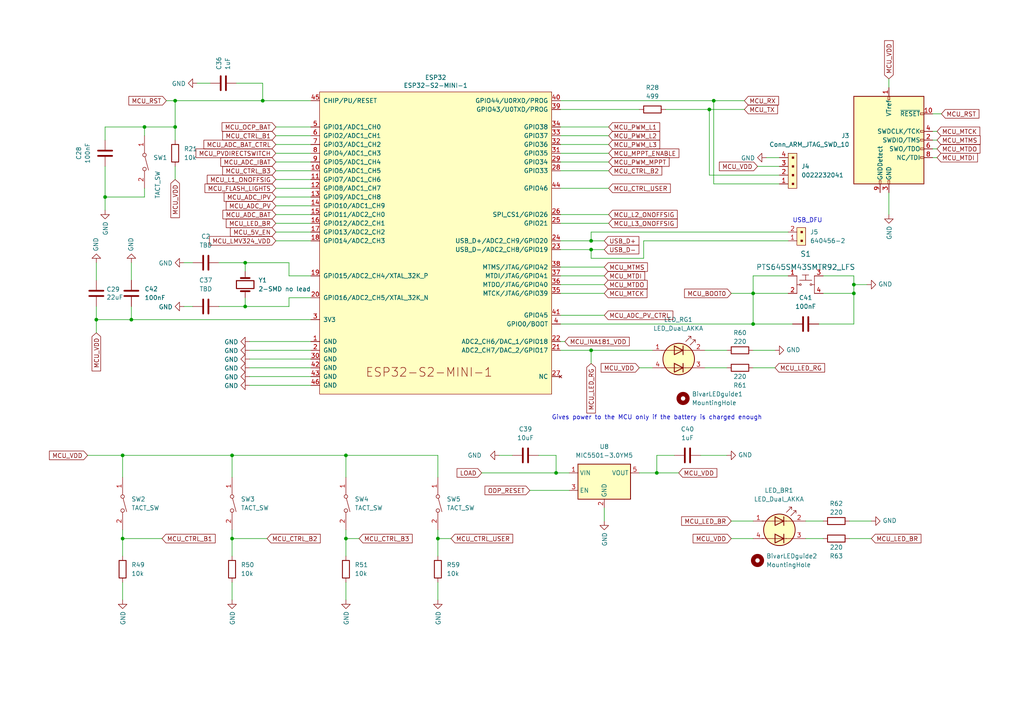
<source format=kicad_sch>
(kicad_sch (version 20211123) (generator eeschema)
  (paper "A4")
  (lib_symbols
    (symbol "Connector:Conn_ARM_JTAG_SWD_10" (pin_names (offset 1.016))
      (property "Reference" "J" (at -2.54 16.51 0))
      (property "Value" "Conn_ARM_JTAG_SWD_10" (at -2.54 13.97 0))
      (symbol "Conn_ARM_JTAG_SWD_10_0_1"
        (rectangle (start -10.16 12.7) (end 10.16 -12.7) (stroke (width 0.254)) (fill (type background)))
        (rectangle (start -2.794 -12.7) (end -2.286 -11.684))
        (rectangle (start -0.254 -12.7) (end 0.254 -11.684))
        (rectangle (start -0.254 12.7) (end 0.254 11.684))
        (rectangle (start 9.144 2.286) (end 10.16 2.794))
        (rectangle (start 10.16 -2.794) (end 9.144 -2.286))
        (rectangle (start 10.16 -0.254) (end 9.144 0.254))
        (rectangle (start 10.16 7.874) (end 9.144 7.366))
      )
      (symbol "Conn_ARM_JTAG_SWD_10_1_1"
        (rectangle (start 9.144 -5.334) (end 10.16 -4.826))
        (pin power_in line (at 0 15.24 270) (length 2.54) (name "VTref") (number "1"))
        (pin open_collector line (at 12.7 7.62 180) (length 2.54) (name "~{RESET}") (number "10"))
        (pin bidirectional line (at 12.7 0 180) (length 2.54) (name "SWDIO/TMS") (number "2"))
        (pin power_in line (at 0 -15.24 90) (length 2.54) (name "GND") (number "3"))
        (pin output line (at 12.7 2.54 180) (length 2.54) (name "SWDCLK/TCK") (number "4"))
        (pin passive line (at 0 -15.24 90) (length 2.54) hide (name "GND") (number "5"))
        (pin input line (at 12.7 -2.54 180) (length 2.54) (name "SWO/TDO") (number "6"))
        (pin no_connect line (at -10.16 0 0) (length 2.54) hide (name "KEY") (number "7"))
        (pin output line (at 12.7 -5.08 180) (length 2.54) (name "NC/TDI") (number "8"))
        (pin passive line (at -2.54 -15.24 90) (length 2.54) (name "GNDDetect") (number "9"))
      )
    )
    (symbol "Device:C" (pin_numbers hide) (pin_names (offset 0.254))
      (property "Reference" "C" (at 0.635 2.54 0))
      (property "Value" "C" (at 0.635 -2.54 0))
      (symbol "C_0_1"
        (polyline (pts (xy -2.032 -0.762) (xy 2.032 -0.762)) (stroke (width 0.508)))
        (polyline (pts (xy -2.032 0.762) (xy 2.032 0.762)) (stroke (width 0.508)))
      )
      (symbol "C_1_1"
        (pin passive line (at 0 3.81 270) (length 2.794) (name "~") (number "1"))
        (pin passive line (at 0 -3.81 90) (length 2.794) (name "~") (number "2"))
      )
    )
    (symbol "Device:Crystal" (pin_numbers hide) (pin_names (offset 1.016) hide)
      (property "Reference" "Y" (at 0 3.81 0))
      (property "Value" "Crystal" (at 0 -3.81 0))
      (symbol "Crystal_0_1"
        (rectangle (start -1.143 2.54) (end 1.143 -2.54) (stroke (width 0.3048)))
        (polyline (pts (xy -2.54 0) (xy -1.905 0)))
        (polyline (pts (xy -1.905 -1.27) (xy -1.905 1.27)) (stroke (width 0.508)))
        (polyline (pts (xy 1.905 -1.27) (xy 1.905 1.27)) (stroke (width 0.508)))
        (polyline (pts (xy 2.54 0) (xy 1.905 0)))
      )
      (symbol "Crystal_1_1"
        (pin passive line (at -3.81 0 0) (length 1.27) (name "1") (number "1"))
        (pin passive line (at 3.81 0 180) (length 1.27) (name "2") (number "2"))
      )
    )
    (symbol "Device:LED_Dual_AKKA" (pin_names (offset 0) hide)
      (property "Reference" "D" (at 0 5.715 0))
      (property "Value" "LED_Dual_AKKA" (at 0 -6.35 0))
      (symbol "LED_Dual_AKKA_0_1"
        (polyline (pts (xy -5.08 -2.54) (xy 2.032 -2.54)))
        (polyline (pts (xy -5.08 2.54) (xy 2.032 2.54)))
        (polyline (pts (xy 1.27 -1.27) (xy 1.27 -3.81)) (stroke (width 0.254)))
        (polyline (pts (xy 1.27 3.81) (xy 1.27 1.27)) (stroke (width 0.254)))
        (polyline (pts (xy 3.81 -2.54) (xy 1.905 -2.54)))
        (polyline (pts (xy 3.81 2.54) (xy 1.905 2.54)))
        (polyline (pts (xy -1.27 -1.27) (xy -1.27 -3.81) (xy 1.27 -2.54) (xy -1.27 -1.27)) (stroke (width 0.254)))
        (polyline (pts (xy -1.27 3.81) (xy -1.27 1.27) (xy 1.27 2.54) (xy -1.27 3.81)) (stroke (width 0.254)))
        (polyline (pts (xy 2.032 5.08) (xy 3.556 6.604) (xy 2.794 6.604) (xy 3.556 6.604) (xy 3.556 5.842)))
        (polyline (pts (xy 3.302 4.064) (xy 4.826 5.588) (xy 4.064 5.588) (xy 4.826 5.588) (xy 4.826 4.826)))
        (circle (center 0 0) (radius 4.572) (stroke (width 0.254)) (fill (type background)))
      )
      (symbol "LED_Dual_AKKA_1_1"
        (pin input line (at -7.62 2.54 0) (length 3.048) (name "A1") (number "1"))
        (pin input line (at 7.62 2.54 180) (length 3.81) (name "K1") (number "2"))
        (pin input line (at 7.62 -2.54 180) (length 3.81) (name "K2") (number "3"))
        (pin input line (at -7.62 -2.54 0) (length 3.048) (name "A2") (number "4"))
      )
    )
    (symbol "Device:R" (pin_numbers hide) (pin_names (offset 0))
      (property "Reference" "R" (at 2.032 0 90))
      (property "Value" "R" (at 0 0 90))
      (symbol "R_0_1"
        (rectangle (start -1.016 -2.54) (end 1.016 2.54) (stroke (width 0.254)))
      )
      (symbol "R_1_1"
        (pin passive line (at 0 3.81 270) (length 1.27) (name "~") (number "1"))
        (pin passive line (at 0 -3.81 90) (length 1.27) (name "~") (number "2"))
      )
    )
    (symbol "Espressif:ESP32-S2-MINI-1" (pin_names (offset 1.016))
      (property "Reference" "U" (at 0 46.99 0))
      (property "Value" "ESP32-S2-MINI-1" (at 0 -43.18 0))
      (symbol "ESP32-S2-MINI-1_0_0"
        (pin power_in line (at -35.56 -36.83 0) (length 2.54) (name "GND") (number "43"))
        (pin input line (at 36.83 17.78 180) (length 2.54) (name "GPIO46") (number "44"))
        (pin bidirectional line (at -35.56 43.18 0) (length 2.54) (name "CHIP/PU/RESET") (number "45"))
        (pin power_in line (at -35.56 -39.37 0) (length 2.54) (name "GND") (number "46"))
      )
      (symbol "ESP32-S2-MINI-1_1_1"
        (rectangle (start -33.02 -41.91) (end 34.29 45.72) (fill (type background)))
        (text "ESP32-S2-MINI-1" (at -1.27 -35.56 0) (effects (font (size 2.54 2.54))))
        (pin power_in line (at -35.56 -26.67 0) (length 2.54) (name "GND") (number "1"))
        (pin bidirectional line (at -35.56 22.86 0) (length 2.54) (name "GPIO6/ADC1_CH5") (number "10"))
        (pin bidirectional line (at -35.56 20.32 0) (length 2.54) (name "GPIO7/ADC1_CH6") (number "11"))
        (pin bidirectional line (at -35.56 17.78 0) (length 2.54) (name "GPIO8/ADC1_CH7") (number "12"))
        (pin bidirectional line (at -35.56 15.24 0) (length 2.54) (name "GPIO9/ADC1_CH8") (number "13"))
        (pin bidirectional line (at -35.56 12.7 0) (length 2.54) (name "GPIO10/ADC1_CH9") (number "14"))
        (pin bidirectional line (at -35.56 10.16 0) (length 2.54) (name "GPIO11/ADC2_CH0") (number "15"))
        (pin bidirectional line (at -35.56 7.62 0) (length 2.54) (name "GPIO12/ADC2_CH1") (number "16"))
        (pin bidirectional line (at -35.56 5.08 0) (length 2.54) (name "GPIO13/ADC2_CH2") (number "17"))
        (pin bidirectional line (at -35.56 2.54 0) (length 2.54) (name "GPIO14/ADC2_CH3") (number "18"))
        (pin bidirectional line (at -35.56 -7.62 0) (length 2.54) (name "GPIO15/ADC2_CH4/XTAL_32K_P") (number "19"))
        (pin power_in line (at -35.56 -29.21 0) (length 2.54) (name "GND") (number "2"))
        (pin bidirectional line (at -35.56 -13.97 0) (length 2.54) (name "GPIO16/ADC2_CH5/XTAL_32K_N") (number "20"))
        (pin bidirectional line (at 36.83 -29.21 180) (length 2.54) (name "ADC2_CH7/DAC_2/GPIO17") (number "21"))
        (pin bidirectional line (at 36.83 -26.67 180) (length 2.54) (name "ADC2_CH6/DAC_1/GPIO18") (number "22"))
        (pin bidirectional line (at 36.83 0 180) (length 2.54) (name "USB_D-/ADC2_CH8/GPIO19") (number "23"))
        (pin bidirectional line (at 36.83 2.54 180) (length 2.54) (name "USB_D+/ADC2_CH9/GPIO20") (number "24"))
        (pin bidirectional line (at 36.83 7.62 180) (length 2.54) (name "GPIO21") (number "25"))
        (pin bidirectional line (at 36.83 10.16 180) (length 2.54) (name "SPI_CS1/GPIO26") (number "26"))
        (pin no_connect line (at 36.83 -36.83 180) (length 2.54) (name "NC") (number "27"))
        (pin bidirectional line (at 36.83 22.86 180) (length 2.54) (name "GPIO33") (number "28"))
        (pin bidirectional line (at 36.83 25.4 180) (length 2.54) (name "GPIO34") (number "29"))
        (pin power_in line (at -35.56 -20.32 0) (length 2.54) (name "3V3") (number "3"))
        (pin power_in line (at -35.56 -31.75 0) (length 2.54) (name "GND") (number "30"))
        (pin bidirectional line (at 36.83 27.94 180) (length 2.54) (name "GPIO35") (number "31"))
        (pin bidirectional line (at 36.83 30.48 180) (length 2.54) (name "GPIO36") (number "32"))
        (pin bidirectional line (at 36.83 33.02 180) (length 2.54) (name "GPIO37") (number "33"))
        (pin bidirectional line (at 36.83 35.56 180) (length 2.54) (name "GPIO38") (number "34"))
        (pin bidirectional line (at 36.83 -12.7 180) (length 2.54) (name "MTCK/JTAG/GPIO39") (number "35"))
        (pin bidirectional line (at 36.83 -10.16 180) (length 2.54) (name "MTDO/JTAG/GPIO40") (number "36"))
        (pin bidirectional line (at 36.83 -7.62 180) (length 2.54) (name "MTDI/JTAG/GPIO41") (number "37"))
        (pin bidirectional line (at 36.83 -5.08 180) (length 2.54) (name "MTMS/JTAG/GPIO42") (number "38"))
        (pin bidirectional line (at 36.83 40.64 180) (length 2.54) (name "GPIO43/U0TXD/PROG") (number "39"))
        (pin bidirectional line (at 36.83 -21.59 180) (length 2.54) (name "GPIO0/BOOT") (number "4"))
        (pin bidirectional line (at 36.83 43.18 180) (length 2.54) (name "GPIO44/U0RXD/PROG") (number "40"))
        (pin bidirectional line (at 36.83 -19.05 180) (length 2.54) (name "GPIO45") (number "41"))
        (pin power_in line (at -35.56 -34.29 0) (length 2.54) (name "GND") (number "42"))
        (pin bidirectional line (at -35.56 35.56 0) (length 2.54) (name "GPIO1/ADC1_CH0") (number "5"))
        (pin bidirectional line (at -35.56 33.02 0) (length 2.54) (name "GPIO2/ADC1_CH1") (number "6"))
        (pin bidirectional line (at -35.56 30.48 0) (length 2.54) (name "GPIO3/ADC1_CH2") (number "7"))
        (pin bidirectional line (at -35.56 27.94 0) (length 2.54) (name "GPIO4/ADC1_CH3") (number "8"))
        (pin bidirectional line (at -35.56 25.4 0) (length 2.54) (name "GPIO5/ADC1_CH4") (number "9"))
      )
    )
    (symbol "Mechanical:MountingHole" (pin_names (offset 1.016))
      (property "Reference" "H" (at 0 5.08 0))
      (property "Value" "MountingHole" (at 0 3.175 0))
      (symbol "MountingHole_0_1"
        (circle (center 0 0) (radius 1.27) (stroke (width 1.27)))
      )
    )
    (symbol "Regulator_Linear:MIC5501-3.0YM5"
      (property "Reference" "U" (at -7.62 8.89 0))
      (property "Value" "MIC5501-3.0YM5" (at -7.62 6.35 0))
      (symbol "MIC5501-3.0YM5_0_1"
        (rectangle (start -7.62 -5.08) (end 7.62 5.08) (stroke (width 0.254)) (fill (type background)))
      )
      (symbol "MIC5501-3.0YM5_1_1"
        (pin power_in line (at -10.16 2.54 0) (length 2.54) (name "VIN") (number "1"))
        (pin power_in line (at 0 -7.62 90) (length 2.54) (name "GND") (number "2"))
        (pin input line (at -10.16 -2.54 0) (length 2.54) (name "EN") (number "3"))
        (pin no_connect line (at 7.62 -2.54 180) (length 2.54) hide (name "NC") (number "4"))
        (pin power_out line (at 10.16 2.54 180) (length 2.54) (name "VOUT") (number "5"))
      )
    )
    (symbol "SHS_DCDC:C-Device" (pin_numbers hide) (pin_names (offset 0.254))
      (property "Reference" "C" (at 0.635 2.54 0))
      (property "Value" "C-Device" (at 0.635 -2.54 0))
      (symbol "C-Device_0_1"
        (polyline (pts (xy -2.032 -0.762) (xy 2.032 -0.762)) (stroke (width 0.508)))
        (polyline (pts (xy -2.032 0.762) (xy 2.032 0.762)) (stroke (width 0.508)))
      )
      (symbol "C-Device_1_1"
        (pin passive line (at 0 3.81 270) (length 2.794) (name "~") (number "1"))
        (pin passive line (at 0 -3.81 90) (length 2.794) (name "~") (number "2"))
      )
    )
    (symbol "SHS_DCDC:GND-power" (power) (pin_names (offset 0))
      (property "Value" "GND-power" (at 0 -3.81 0))
      (symbol "GND-power_0_1"
        (polyline (pts (xy 0 0) (xy 0 -1.27) (xy 1.27 -1.27) (xy 0 -2.54) (xy -1.27 -1.27) (xy 0 -1.27)))
      )
      (symbol "GND-power_1_1"
        (pin power_in line (at 0 0 270) (length 0) hide (name "GND") (number "1"))
      )
    )
    (symbol "SHS_DCDC:TACT_SW" (pin_names (offset 0) hide)
      (property "Reference" "SW" (at 0 3.81 0))
      (property "Value" "TACT_SW" (at 0 -3.81 0))
      (symbol "TACT_SW_0_0"
        (circle (center -2.032 0) (radius 0.508))
        (polyline (pts (xy -1.524 0.127) (xy 2.3622 1.1684)))
        (circle (center 2.032 0) (radius 0.508))
      )
      (symbol "TACT_SW_1_1"
        (pin passive line (at -7.62 0 0) (length 5.08) (name "~") (number "1"))
        (pin passive line (at 7.62 0 180) (length 5.08) (name "~") (number "2"))
      )
    )
    (symbol "dk_Rectangular-Connectors-Headers-Male-Pins:0022232041" (pin_names (offset 1.016))
      (property "Reference" "J" (at -2.54 1.27 0))
      (property "Value" "0022232041" (at 3.81 -3.81 0))
      (symbol "0022232041_1_1"
        (rectangle (start -1.27 0) (end 8.89 -2.54) (fill (type background)))
        (rectangle (start -0.254 -1.143) (end 0.254 -1.651) (fill (type outline)))
        (rectangle (start 2.286 -1.143) (end 2.794 -1.651) (fill (type outline)))
        (rectangle (start 4.826 -1.143) (end 5.334 -1.651) (fill (type outline)))
        (rectangle (start 7.366 -1.143) (end 7.874 -1.651) (fill (type outline)))
        (pin passive line (at 0 2.54 270) (length 2.54) (name "~") (number "1"))
        (pin passive line (at 2.54 2.54 270) (length 2.54) (name "~") (number "2"))
        (pin passive line (at 5.08 2.54 270) (length 2.54) (name "~") (number "3"))
        (pin passive line (at 7.62 2.54 270) (length 2.54) (name "~") (number "4"))
      )
    )
    (symbol "dk_Rectangular-Connectors-Headers-Male-Pins:640456-2" (pin_names (offset 1.016))
      (property "Reference" "J" (at -2.54 1.27 0))
      (property "Value" "640456-2" (at 1.27 -3.81 0))
      (symbol "640456-2_1_1"
        (rectangle (start -1.27 0) (end 3.81 -2.54) (fill (type background)))
        (rectangle (start -0.254 -1.143) (end 0.254 -1.651) (fill (type outline)))
        (rectangle (start 2.286 -1.143) (end 2.794 -1.651) (fill (type outline)))
        (pin passive line (at 0 2.54 270) (length 2.54) (name "~") (number "1"))
        (pin passive line (at 2.54 2.54 270) (length 2.54) (name "~") (number "2"))
      )
    )
    (symbol "dk_Tactile-Switches:PTS645SM43SMTR92_LFS" (pin_names (offset 1.016))
      (property "Reference" "S" (at 0 5.08 0))
      (property "Value" "PTS645SM43SMTR92_LFS" (at 0 -5.334 0))
      (symbol "PTS645SM43SMTR92_LFS_0_1"
        (circle (center -1.524 0) (radius 0.254))
        (polyline (pts (xy -2.54 2.54) (xy -2.54 -2.54)))
        (polyline (pts (xy -1.778 0) (xy -2.54 0)))
        (polyline (pts (xy -1.778 1.27) (xy 1.778 1.27)))
        (polyline (pts (xy 2.54 -2.54) (xy 2.54 2.54)))
        (polyline (pts (xy 2.54 0) (xy 1.778 0)))
        (circle (center 1.524 0) (radius 0.254))
      )
      (symbol "PTS645SM43SMTR92_LFS_1_1"
        (polyline (pts (xy -1.016 2.794) (xy 0.889 2.794)))
        (polyline (pts (xy 0 2.794) (xy 0 1.27)))
        (pin passive line (at -5.08 2.54 0) (length 2.54) (name "~") (number "1"))
        (pin passive line (at -5.08 -2.54 0) (length 2.54) (name "~") (number "2"))
        (pin passive line (at 5.08 2.54 180) (length 2.54) (name "~") (number "3"))
        (pin passive line (at 5.08 -2.54 180) (length 2.54) (name "~") (number "4"))
      )
    )
  )
  (junction (at 207.01 29.21))
  (junction (at 247.65 85.09))
  (junction (at 67.31 132.08))
  (junction (at 100.33 156.21))
  (junction (at 35.56 132.08))
  (junction (at 100.33 132.08))
  (junction (at 190.5 137.16))
  (junction (at 67.31 156.21))
  (junction (at 76.2 29.21))
  (junction (at 50.8 29.21))
  (junction (at 50.8 36.83))
  (junction (at 247.65 82.55))
  (junction (at 127 156.21))
  (junction (at 35.56 156.21))
  (junction (at 27.94 92.71))
  (junction (at 171.45 101.6))
  (junction (at 218.44 85.09))
  (junction (at 30.48 57.15))
  (junction (at 41.91 36.83))
  (junction (at 218.44 93.98))
  (junction (at 205.74 31.75))
  (junction (at 161.29 137.16))
  (junction (at 171.45 72.39))
  (junction (at 71.12 76.2))
  (junction (at 71.12 88.9))
  (junction (at 38.1 92.71))
  (junction (at 171.45 69.85))
  (wire (pts (xy 72.39 101.6) (xy 90.17 101.6)))
  (wire (pts (xy 238.76 85.09) (xy 247.65 85.09)))
  (wire (pts (xy 207.01 29.21) (xy 207.01 53.34)))
  (wire (pts (xy 48.26 29.21) (xy 50.8 29.21)))
  (wire (pts (xy 205.74 31.75) (xy 205.74 50.8)))
  (wire (pts (xy 80.01 59.69) (xy 90.17 59.69)))
  (wire (pts (xy 67.31 156.21) (xy 67.31 161.29)))
  (wire (pts (xy 27.94 88.9) (xy 27.94 92.71)))
  (wire (pts (xy 67.31 132.08) (xy 67.31 138.43)))
  (wire (pts (xy 162.56 44.45) (xy 176.53 44.45)))
  (wire (pts (xy 176.53 64.77) (xy 162.56 64.77)))
  (wire (pts (xy 71.12 88.9) (xy 63.5 88.9)))
  (wire (pts (xy 171.45 101.6) (xy 171.45 105.41)))
  (wire (pts (xy 67.31 168.91) (xy 67.31 173.99)))
  (wire (pts (xy 127 132.08) (xy 127 138.43)))
  (wire (pts (xy 100.33 132.08) (xy 100.33 138.43)))
  (wire (pts (xy 233.68 156.21) (xy 238.76 156.21)))
  (wire (pts (xy 238.76 80.01) (xy 247.65 80.01)))
  (wire (pts (xy 186.69 74.93) (xy 186.69 69.85)))
  (wire (pts (xy 212.09 151.13) (xy 218.44 151.13)))
  (wire (pts (xy 212.09 156.21) (xy 218.44 156.21)))
  (wire (pts (xy 30.48 40.64) (xy 30.48 36.83)))
  (wire (pts (xy 80.01 67.31) (xy 90.17 67.31)))
  (wire (pts (xy 161.29 132.08) (xy 161.29 137.16)))
  (wire (pts (xy 53.34 88.9) (xy 55.88 88.9)))
  (wire (pts (xy 205.74 50.8) (xy 226.06 50.8)))
  (wire (pts (xy 30.48 57.15) (xy 30.48 60.96)))
  (wire (pts (xy 83.82 80.01) (xy 83.82 76.2)))
  (wire (pts (xy 127 153.67) (xy 127 156.21)))
  (wire (pts (xy 162.56 49.53) (xy 176.53 49.53)))
  (wire (pts (xy 171.45 69.85) (xy 175.26 69.85)))
  (wire (pts (xy 83.82 76.2) (xy 71.12 76.2)))
  (wire (pts (xy 71.12 76.2) (xy 71.12 78.74)))
  (wire (pts (xy 162.56 41.91) (xy 176.53 41.91)))
  (wire (pts (xy 68.58 24.13) (xy 76.2 24.13)))
  (wire (pts (xy 270.51 38.1) (xy 271.78 38.1)))
  (wire (pts (xy 162.56 72.39) (xy 171.45 72.39)))
  (wire (pts (xy 204.47 106.68) (xy 210.82 106.68)))
  (wire (pts (xy 186.69 69.85) (xy 228.6 69.85)))
  (wire (pts (xy 218.44 106.68) (xy 224.79 106.68)))
  (wire (pts (xy 41.91 36.83) (xy 50.8 36.83)))
  (wire (pts (xy 80.01 57.15) (xy 90.17 57.15)))
  (wire (pts (xy 72.39 109.22) (xy 90.17 109.22)))
  (wire (pts (xy 270.51 40.64) (xy 271.78 40.64)))
  (wire (pts (xy 50.8 36.83) (xy 50.8 40.64)))
  (wire (pts (xy 171.45 74.93) (xy 186.69 74.93)))
  (wire (pts (xy 50.8 48.26) (xy 50.8 52.07)))
  (wire (pts (xy 219.71 48.26) (xy 226.06 48.26)))
  (wire (pts (xy 222.25 45.72) (xy 226.06 45.72)))
  (wire (pts (xy 185.42 106.68) (xy 189.23 106.68)))
  (wire (pts (xy 80.01 41.91) (xy 90.17 41.91)))
  (wire (pts (xy 80.01 46.99) (xy 90.17 46.99)))
  (wire (pts (xy 83.82 86.36) (xy 90.17 86.36)))
  (wire (pts (xy 246.38 156.21) (xy 252.73 156.21)))
  (wire (pts (xy 83.82 86.36) (xy 83.82 88.9)))
  (wire (pts (xy 156.21 132.08) (xy 161.29 132.08)))
  (wire (pts (xy 162.56 54.61) (xy 176.53 54.61)))
  (wire (pts (xy 162.56 77.47) (xy 175.26 77.47)))
  (wire (pts (xy 218.44 80.01) (xy 218.44 85.09)))
  (wire (pts (xy 162.56 82.55) (xy 175.26 82.55)))
  (wire (pts (xy 190.5 137.16) (xy 190.5 132.08)))
  (wire (pts (xy 25.4 132.08) (xy 35.56 132.08)))
  (wire (pts (xy 185.42 137.16) (xy 190.5 137.16)))
  (wire (pts (xy 67.31 132.08) (xy 100.33 132.08)))
  (wire (pts (xy 270.51 45.72) (xy 271.78 45.72)))
  (wire (pts (xy 247.65 85.09) (xy 247.65 93.98)))
  (wire (pts (xy 270.51 43.18) (xy 271.78 43.18)))
  (wire (pts (xy 35.56 168.91) (xy 35.56 173.99)))
  (wire (pts (xy 100.33 156.21) (xy 104.14 156.21)))
  (wire (pts (xy 127 156.21) (xy 127 161.29)))
  (wire (pts (xy 162.56 69.85) (xy 171.45 69.85)))
  (wire (pts (xy 162.56 29.21) (xy 207.01 29.21)))
  (wire (pts (xy 162.56 99.06) (xy 163.83 99.06)))
  (wire (pts (xy 41.91 36.83) (xy 41.91 39.37)))
  (wire (pts (xy 38.1 92.71) (xy 27.94 92.71)))
  (wire (pts (xy 80.01 52.07) (xy 90.17 52.07)))
  (wire (pts (xy 162.56 91.44) (xy 175.26 91.44)))
  (wire (pts (xy 171.45 67.31) (xy 228.6 67.31)))
  (wire (pts (xy 30.48 36.83) (xy 41.91 36.83)))
  (wire (pts (xy 80.01 44.45) (xy 90.17 44.45)))
  (wire (pts (xy 153.67 142.24) (xy 165.1 142.24)))
  (wire (pts (xy 171.45 101.6) (xy 189.23 101.6)))
  (wire (pts (xy 233.68 151.13) (xy 238.76 151.13)))
  (wire (pts (xy 204.47 101.6) (xy 210.82 101.6)))
  (wire (pts (xy 80.01 69.85) (xy 90.17 69.85)))
  (wire (pts (xy 246.38 151.13) (xy 252.73 151.13)))
  (wire (pts (xy 35.56 156.21) (xy 46.99 156.21)))
  (wire (pts (xy 90.17 99.06) (xy 72.39 99.06)))
  (wire (pts (xy 176.53 46.99) (xy 162.56 46.99)))
  (wire (pts (xy 247.65 82.55) (xy 247.65 85.09)))
  (wire (pts (xy 237.49 93.98) (xy 247.65 93.98)))
  (wire (pts (xy 257.81 25.4) (xy 257.81 22.86)))
  (wire (pts (xy 218.44 93.98) (xy 229.87 93.98)))
  (wire (pts (xy 162.56 80.01) (xy 175.26 80.01)))
  (wire (pts (xy 72.39 111.76) (xy 90.17 111.76)))
  (wire (pts (xy 193.04 31.75) (xy 205.74 31.75)))
  (wire (pts (xy 176.53 39.37) (xy 162.56 39.37)))
  (wire (pts (xy 50.8 29.21) (xy 76.2 29.21)))
  (wire (pts (xy 35.56 132.08) (xy 67.31 132.08)))
  (wire (pts (xy 162.56 93.98) (xy 218.44 93.98)))
  (wire (pts (xy 190.5 132.08) (xy 195.58 132.08)))
  (wire (pts (xy 72.39 106.68) (xy 90.17 106.68)))
  (wire (pts (xy 176.53 62.23) (xy 162.56 62.23)))
  (wire (pts (xy 171.45 69.85) (xy 171.45 67.31)))
  (wire (pts (xy 53.34 76.2) (xy 55.88 76.2)))
  (wire (pts (xy 175.26 147.32) (xy 175.26 151.13)))
  (wire (pts (xy 144.78 132.08) (xy 148.59 132.08)))
  (wire (pts (xy 100.33 168.91) (xy 100.33 173.99)))
  (wire (pts (xy 27.94 76.2) (xy 27.94 81.28)))
  (wire (pts (xy 203.2 132.08) (xy 210.82 132.08)))
  (wire (pts (xy 100.33 153.67) (xy 100.33 156.21)))
  (wire (pts (xy 190.5 137.16) (xy 196.85 137.16)))
  (wire (pts (xy 171.45 72.39) (xy 175.26 72.39)))
  (wire (pts (xy 171.45 101.6) (xy 162.56 101.6)))
  (wire (pts (xy 63.5 76.2) (xy 71.12 76.2)))
  (wire (pts (xy 41.91 57.15) (xy 30.48 57.15)))
  (wire (pts (xy 162.56 85.09) (xy 175.26 85.09)))
  (wire (pts (xy 83.82 80.01) (xy 90.17 80.01)))
  (wire (pts (xy 57.15 24.13) (xy 60.96 24.13)))
  (wire (pts (xy 162.56 36.83) (xy 176.53 36.83)))
  (wire (pts (xy 35.56 156.21) (xy 35.56 161.29)))
  (wire (pts (xy 76.2 29.21) (xy 90.17 29.21)))
  (wire (pts (xy 212.09 85.09) (xy 218.44 85.09)))
  (wire (pts (xy 127 156.21) (xy 130.81 156.21)))
  (wire (pts (xy 162.56 31.75) (xy 185.42 31.75)))
  (wire (pts (xy 35.56 132.08) (xy 35.56 138.43)))
  (wire (pts (xy 161.29 137.16) (xy 165.1 137.16)))
  (wire (pts (xy 80.01 64.77) (xy 90.17 64.77)))
  (wire (pts (xy 207.01 29.21) (xy 215.9 29.21)))
  (wire (pts (xy 71.12 88.9) (xy 83.82 88.9)))
  (wire (pts (xy 205.74 31.75) (xy 215.9 31.75)))
  (wire (pts (xy 50.8 29.21) (xy 50.8 36.83)))
  (wire (pts (xy 27.94 92.71) (xy 27.94 96.52)))
  (wire (pts (xy 207.01 53.34) (xy 226.06 53.34)))
  (wire (pts (xy 228.6 85.09) (xy 218.44 85.09)))
  (wire (pts (xy 100.33 156.21) (xy 100.33 161.29)))
  (wire (pts (xy 30.48 48.26) (xy 30.48 57.15)))
  (wire (pts (xy 80.01 39.37) (xy 90.17 39.37)))
  (wire (pts (xy 80.01 49.53) (xy 90.17 49.53)))
  (wire (pts (xy 71.12 86.36) (xy 71.12 88.9)))
  (wire (pts (xy 41.91 54.61) (xy 41.91 57.15)))
  (wire (pts (xy 247.65 80.01) (xy 247.65 82.55)))
  (wire (pts (xy 67.31 156.21) (xy 77.47 156.21)))
  (wire (pts (xy 80.01 62.23) (xy 90.17 62.23)))
  (wire (pts (xy 35.56 153.67) (xy 35.56 156.21)))
  (wire (pts (xy 247.65 82.55) (xy 251.46 82.55)))
  (wire (pts (xy 218.44 101.6) (xy 224.79 101.6)))
  (wire (pts (xy 218.44 80.01) (xy 228.6 80.01)))
  (wire (pts (xy 127 168.91) (xy 127 173.99)))
  (wire (pts (xy 218.44 85.09) (xy 218.44 93.98)))
  (wire (pts (xy 76.2 24.13) (xy 76.2 29.21)))
  (wire (pts (xy 100.33 132.08) (xy 127 132.08)))
  (wire (pts (xy 257.81 55.88) (xy 257.81 62.23)))
  (wire (pts (xy 67.31 153.67) (xy 67.31 156.21)))
  (wire (pts (xy 72.39 104.14) (xy 90.17 104.14)))
  (wire (pts (xy 80.01 54.61) (xy 90.17 54.61)))
  (wire (pts (xy 38.1 88.9) (xy 38.1 92.71)))
  (wire (pts (xy 270.51 33.02) (xy 273.05 33.02)))
  (wire (pts (xy 139.7 137.16) (xy 161.29 137.16)))
  (wire (pts (xy 80.01 36.83) (xy 90.17 36.83)))
  (wire (pts (xy 38.1 76.2) (xy 38.1 81.28)))
  (wire (pts (xy 171.45 72.39) (xy 171.45 74.93)))
  (wire (pts (xy 38.1 92.71) (xy 90.17 92.71)))
  (text "Gives power to the MCU only if the battery is charged enough" (at 160.02 121.92 0) (effects (font (size 1.27 1.27)) (justify left bottom)))
  (text "USB_DFU" (at 229.87 64.77 0) (effects (font (size 1.27 1.27)) (justify left bottom)))
  (global_label "MCU_VDD" (shape input) (at 50.8 52.07 270) (property "Intersheet References" "${INTERSHEET_REFS}" (effects hide)))
  (global_label "MCU_BOOT0" (shape input) (at 212.09 85.09 180) (property "Intersheet References" "${INTERSHEET_REFS}" (effects hide)))
  (global_label "MCU_INA181_VDD" (shape input) (at 163.83 99.06 0) (property "Intersheet References" "${INTERSHEET_REFS}" (effects hide)))
  (global_label "MCU_FLASH_LIGHTS" (shape input) (at 80.01 54.61 180) (property "Intersheet References" "${INTERSHEET_REFS}" (effects hide)))
  (global_label "MCU_VDD" (shape input) (at 212.09 156.21 180) (property "Intersheet References" "${INTERSHEET_REFS}" (effects hide)))
  (global_label "MCU_MPPT_ENABLE" (shape input) (at 176.53 44.45 0) (property "Intersheet References" "${INTERSHEET_REFS}" (effects hide)))
  (global_label "MCU_CTRL_B1" (shape input) (at 46.99 156.21 0) (property "Intersheet References" "${INTERSHEET_REFS}" (effects hide)))
  (global_label "MCU_VDD" (shape input) (at 185.42 106.68 180) (property "Intersheet References" "${INTERSHEET_REFS}" (effects hide)))
  (global_label "MCU_VDD" (shape input) (at 196.85 137.16 0) (property "Intersheet References" "${INTERSHEET_REFS}" (effects hide)))
  (global_label "MCU_VDD" (shape input) (at 25.4 132.08 180) (property "Intersheet References" "${INTERSHEET_REFS}" (effects hide)))
  (global_label "MCU_CTRL_B2" (shape input) (at 176.53 49.53 0) (property "Intersheet References" "${INTERSHEET_REFS}" (effects hide)))
  (global_label "MCU_MTCK" (shape input) (at 175.26 85.09 0) (property "Intersheet References" "${INTERSHEET_REFS}" (effects hide)))
  (global_label "MCU_ADC_BAT" (shape input) (at 80.01 62.23 180) (property "Intersheet References" "${INTERSHEET_REFS}" (effects hide)))
  (global_label "MCU_VDD" (shape input) (at 219.71 48.26 180) (property "Intersheet References" "${INTERSHEET_REFS}" (effects hide)))
  (global_label "MCU_ADC_PV" (shape input) (at 80.01 59.69 180) (property "Intersheet References" "${INTERSHEET_REFS}" (effects hide)))
  (global_label "MCU_CTRL_B1" (shape input) (at 80.01 39.37 180) (property "Intersheet References" "${INTERSHEET_REFS}" (effects hide)))
  (global_label "MCU_RX" (shape input) (at 215.9 29.21 0) (property "Intersheet References" "${INTERSHEET_REFS}" (effects hide)))
  (global_label "MCU_LED_BR" (shape input) (at 212.09 151.13 180) (property "Intersheet References" "${INTERSHEET_REFS}" (effects hide)))
  (global_label "MCU_MTDI" (shape input) (at 175.26 80.01 0) (property "Intersheet References" "${INTERSHEET_REFS}" (effects hide)))
  (global_label "MCU_VDD" (shape input) (at 27.94 96.52 270) (property "Intersheet References" "${INTERSHEET_REFS}" (effects hide)))
  (global_label "MCU_5V_EN" (shape input) (at 80.01 67.31 180) (property "Intersheet References" "${INTERSHEET_REFS}" (effects hide)))
  (global_label "MCU_PWM_MPPT" (shape input) (at 176.53 46.99 0) (property "Intersheet References" "${INTERSHEET_REFS}" (effects hide)))
  (global_label "LOAD" (shape input) (at 139.7 137.16 180) (property "Intersheet References" "${INTERSHEET_REFS}" (effects hide)))
  (global_label "MCU_PVDIRECTSWITCH" (shape input) (at 80.01 44.45 180) (property "Intersheet References" "${INTERSHEET_REFS}" (effects hide)))
  (global_label "MCU_LED_RG" (shape input) (at 224.79 106.68 0) (property "Intersheet References" "${INTERSHEET_REFS}" (effects hide)))
  (global_label "MCU_MTMS" (shape input) (at 175.26 77.47 0) (property "Intersheet References" "${INTERSHEET_REFS}" (effects hide)))
  (global_label "MCU_PWM_L3" (shape input) (at 176.53 41.91 0) (property "Intersheet References" "${INTERSHEET_REFS}" (effects hide)))
  (global_label "MCU_CTRL_USER" (shape input) (at 130.81 156.21 0) (property "Intersheet References" "${INTERSHEET_REFS}" (effects hide)))
  (global_label "ODP_RESET" (shape input) (at 153.67 142.24 180) (property "Intersheet References" "${INTERSHEET_REFS}" (effects hide)))
  (global_label "USB_D+" (shape input) (at 175.26 69.85 0) (property "Intersheet References" "${INTERSHEET_REFS}" (effects hide)))
  (global_label "MCU_LMV324_VDD" (shape input) (at 80.01 69.85 180) (property "Intersheet References" "${INTERSHEET_REFS}" (effects hide)))
  (global_label "MCU_ADC_IBAT" (shape input) (at 80.01 46.99 180) (property "Intersheet References" "${INTERSHEET_REFS}" (effects hide)))
  (global_label "MCU_LED_BR" (shape input) (at 80.01 64.77 180) (property "Intersheet References" "${INTERSHEET_REFS}" (effects hide)))
  (global_label "MCU_LED_BR" (shape input) (at 252.73 156.21 0) (property "Intersheet References" "${INTERSHEET_REFS}" (effects hide)))
  (global_label "MCU_MTMS" (shape input) (at 271.78 40.64 0) (property "Intersheet References" "${INTERSHEET_REFS}" (effects hide)))
  (global_label "MCU_VDD" (shape input) (at 257.81 22.86 90) (property "Intersheet References" "${INTERSHEET_REFS}" (effects hide)))
  (global_label "MCU_MTCK" (shape input) (at 271.78 38.1 0) (property "Intersheet References" "${INTERSHEET_REFS}" (effects hide)))
  (global_label "MCU_ADC_PV_CTRL" (shape input) (at 175.26 91.44 0) (property "Intersheet References" "${INTERSHEET_REFS}" (effects hide)))
  (global_label "MCU_L2_ONOFFSIG" (shape input) (at 176.53 62.23 0) (property "Intersheet References" "${INTERSHEET_REFS}" (effects hide)))
  (global_label "MCU_RST" (shape input) (at 273.05 33.02 0) (property "Intersheet References" "${INTERSHEET_REFS}" (effects hide)))
  (global_label "MCU_ADC_BAT_CTRL" (shape input) (at 80.01 41.91 180) (property "Intersheet References" "${INTERSHEET_REFS}" (effects hide)))
  (global_label "MCU_CTRL_USER" (shape input) (at 176.53 54.61 0) (property "Intersheet References" "${INTERSHEET_REFS}" (effects hide)))
  (global_label "MCU_ADC_IPV" (shape input) (at 80.01 57.15 180) (property "Intersheet References" "${INTERSHEET_REFS}" (effects hide)))
  (global_label "MCU_MTDO" (shape input) (at 175.26 82.55 0) (property "Intersheet References" "${INTERSHEET_REFS}" (effects hide)))
  (global_label "MCU_TX" (shape input) (at 215.9 31.75 0) (property "Intersheet References" "${INTERSHEET_REFS}" (effects hide)))
  (global_label "MCU_CTRL_B2" (shape input) (at 77.47 156.21 0) (property "Intersheet References" "${INTERSHEET_REFS}" (effects hide)))
  (global_label "MCU_MTDO" (shape input) (at 271.78 43.18 0) (property "Intersheet References" "${INTERSHEET_REFS}" (effects hide)))
  (global_label "MCU_LED_RG" (shape input) (at 171.45 105.41 270) (property "Intersheet References" "${INTERSHEET_REFS}" (effects hide)))
  (global_label "MCU_L3_ONOFFSIG" (shape input) (at 176.53 64.77 0) (property "Intersheet References" "${INTERSHEET_REFS}" (effects hide)))
  (global_label "MCU_OCP_BAT" (shape input) (at 80.01 36.83 180) (property "Intersheet References" "${INTERSHEET_REFS}" (effects hide)))
  (global_label "USB_D-" (shape input) (at 175.26 72.39 0) (property "Intersheet References" "${INTERSHEET_REFS}" (effects hide)))
  (global_label "MCU_CTRL_B3" (shape input) (at 104.14 156.21 0) (property "Intersheet References" "${INTERSHEET_REFS}" (effects hide)))
  (global_label "MCU_CTRL_B3" (shape input) (at 80.01 49.53 180) (property "Intersheet References" "${INTERSHEET_REFS}" (effects hide)))
  (global_label "MCU_PWM_L2" (shape input) (at 176.53 39.37 0) (property "Intersheet References" "${INTERSHEET_REFS}" (effects hide)))
  (global_label "MCU_L1_ONOFFSIG" (shape input) (at 80.01 52.07 180) (property "Intersheet References" "${INTERSHEET_REFS}" (effects hide)))
  (global_label "MCU_RST" (shape input) (at 48.26 29.21 180) (property "Intersheet References" "${INTERSHEET_REFS}" (effects hide)))
  (global_label "MCU_PWM_L1" (shape input) (at 176.53 36.83 0) (property "Intersheet References" "${INTERSHEET_REFS}" (effects hide)))
  (global_label "MCU_MTDI" (shape input) (at 271.78 45.72 0) (property "Intersheet References" "${INTERSHEET_REFS}" (effects hide)))
  (symbol (lib_id "SHS_DCDC:C-Device") (at 27.94 85.09 0) (unit 1)
    (property "Reference" "C29" (at 30.861 83.9216 0) (effects (justify left)))
    (property "Value" "22uF" (at 30.861 86.233 0) (effects (justify left)))
    (property "Footprint" "Capacitor_SMD:C_0603_1608Metric" (effects hide))
  )
  (symbol (lib_id "SHS_DCDC:GND-power") (at 27.94 76.2 180) (unit 1)
    (property "Reference" "#PWR059" (effects hide))
    (property "Value" "GND-power" (at 27.813 72.9488 90) (effects (justify right)))
  )
  (symbol (lib_id "SHS_DCDC:GND-power") (at 72.39 99.06 270) (unit 1)
    (property "Reference" "#PWR0111" (effects hide))
    (property "Value" "GND-power" (at 69.1388 99.187 90) (effects (justify right)))
  )
  (symbol (lib_id "Espressif:ESP32-S2-MINI-1") (at 125.73 72.39 0) (unit 1)
    (property "Reference" "ESP32" (at 126.365 22.479 0))
    (property "Value" "ESP32-S2-MINI-1" (at 126.365 24.7904 0))
    (property "Footprint" "Espressif:ESP32-S2-MINI-1" (effects hide))
    (property "Datasheet" "https://www.espressif.com/sites/default/files/documentation/esp32-s2-mini-1_esp32-s2-mini-1u_datasheet_en.pdf" (effects hide))
  )
  (symbol (lib_id "SHS_DCDC:GND-power") (at 72.39 101.6 270) (unit 1)
    (property "Reference" "#PWR0112" (effects hide))
    (property "Value" "GND-power" (at 69.1388 101.727 90) (effects (justify right)))
  )
  (symbol (lib_id "SHS_DCDC:GND-power") (at 72.39 104.14 270) (unit 1)
    (property "Reference" "#PWR0113" (effects hide))
    (property "Value" "GND-power" (at 69.1388 104.267 90) (effects (justify right)))
  )
  (symbol (lib_id "SHS_DCDC:GND-power") (at 72.39 106.68 270) (unit 1)
    (property "Reference" "#PWR0114" (effects hide))
    (property "Value" "GND-power" (at 69.1388 106.807 90) (effects (justify right)))
  )
  (symbol (lib_id "SHS_DCDC:GND-power") (at 72.39 109.22 270) (unit 1)
    (property "Reference" "#PWR0115" (effects hide))
    (property "Value" "GND-power" (at 69.1388 109.347 90) (effects (justify right)))
  )
  (symbol (lib_id "SHS_DCDC:GND-power") (at 72.39 111.76 270) (unit 1)
    (property "Reference" "#PWR0116" (effects hide))
    (property "Value" "GND-power" (at 69.1388 111.887 90) (effects (justify right)))
  )
  (symbol (lib_id "Device:R") (at 189.23 31.75 270) (unit 1)
    (property "Reference" "R28" (at 189.23 25.4 90))
    (property "Value" "499" (at 189.23 27.94 90))
    (property "Footprint" "Resistor_SMD:R_0402_1005Metric" (effects hide))
  )
  (symbol (lib_id "SHS_DCDC:GND-power") (at 257.81 62.23 0) (unit 1)
    (property "Reference" "#PWR0110" (effects hide))
    (property "Value" "GND-power" (at 257.937 65.4812 90) (effects (justify right)))
  )
  (symbol (lib_id "Connector:Conn_ARM_JTAG_SWD_10") (at 257.81 40.64 0) (unit 1)
    (property "Reference" "J3" (at 246.38 39.3699 0) (effects (justify right)))
    (property "Value" "Conn_ARM_JTAG_SWD_10" (at 246.38 41.9099 0) (effects (justify right)))
    (property "Footprint" "Connector_PinHeader_1.27mm:PinHeader_2x05_P1.27mm_Vertical" (effects hide))
    (property "Datasheet" "http://infocenter.arm.com/help/topic/com.arm.doc.ddi0314h/DDI0314H_coresight_components_trm.pdf" (effects hide))
  )
  (symbol (lib_id "Device:R") (at 67.31 165.1 180) (unit 1)
    (property "Reference" "R50" (at 69.85 163.8299 0) (effects (justify right)))
    (property "Value" "10k" (at 69.85 166.3699 0) (effects (justify right)))
    (property "Footprint" "Resistor_SMD:R_0402_1005Metric" (effects hide))
  )
  (symbol (lib_id "SHS_DCDC:GND-power") (at 67.31 173.99 0) (unit 1)
    (property "Reference" "#PWR0132" (effects hide))
    (property "Value" "GND-power" (at 67.437 177.2412 90) (effects (justify right)))
  )
  (symbol (lib_id "SHS_DCDC:GND-power") (at 30.48 60.96 0) (unit 1)
    (property "Reference" "#PWR0119" (effects hide))
    (property "Value" "GND-power" (at 30.607 64.2112 90) (effects (justify right)))
  )
  (symbol (lib_id "SHS_DCDC:GND-power") (at 35.56 173.99 0) (unit 1)
    (property "Reference" "#PWR0120" (effects hide))
    (property "Value" "GND-power" (at 35.687 177.2412 90) (effects (justify right)))
  )
  (symbol (lib_id "SHS_DCDC:GND-power") (at 210.82 132.08 90) (unit 1)
    (property "Reference" "#PWR058" (effects hide))
    (property "Value" "GND-power" (at 214.0712 131.953 90) (effects (justify right)))
  )
  (symbol (lib_id "Device:C") (at 59.69 88.9 270) (unit 1)
    (property "Reference" "C37" (at 59.69 81.28 90))
    (property "Value" "TBD" (at 59.69 83.82 90))
    (property "Footprint" "Capacitor_SMD:C_0402_1005Metric" (effects hide))
  )
  (symbol (lib_id "SHS_DCDC:GND-power") (at 252.73 151.13 90) (unit 1)
    (property "Reference" "#PWR0138" (effects hide))
    (property "Value" "GND-power" (at 255.9812 151.003 90) (effects (justify right)))
  )
  (symbol (lib_id "Device:C") (at 38.1 85.09 0) (unit 1)
    (property "Reference" "C42" (at 41.91 83.8199 0) (effects (justify left)))
    (property "Value" "100nF" (at 41.91 86.3599 0) (effects (justify left)))
    (property "Footprint" "Capacitor_SMD:C_0402_1005Metric" (effects hide))
  )
  (symbol (lib_id "SHS_DCDC:GND-power") (at 53.34 76.2 270) (unit 1)
    (property "Reference" "#PWR0102" (effects hide))
    (property "Value" "GND-power" (at 50.0888 76.327 90) (effects (justify right)))
  )
  (symbol (lib_id "SHS_DCDC:GND-power") (at 53.34 88.9 270) (unit 1)
    (property "Reference" "#PWR0123" (effects hide))
    (property "Value" "GND-power" (at 50.0888 89.027 90) (effects (justify right)))
  )
  (symbol (lib_id "dk_Rectangular-Connectors-Headers-Male-Pins:0022232041") (at 228.6 53.34 90) (unit 1)
    (property "Reference" "J4" (at 232.41 48.2599 90) (effects (justify right)))
    (property "Value" "0022232041" (at 232.41 50.7999 90) (effects (justify right)))
    (property "Footprint" "digikey-kicad-library-master:PinHeader_1x4_P2.54mm_Drill1.02mm" (effects hide))
    (property "Datasheet" "https://www.molex.com/pdm_docs/sd/022232041_sd.pdf" (effects hide))
    (property "Digi-Key_PN" "WM4202-ND" (effects hide))
    (property "MPN" "0022232041" (effects hide))
    (property "Category" "Connectors, Interconnects" (effects hide))
    (property "Family" "Rectangular Connectors - Headers, Male Pins" (effects hide))
    (property "DK_Datasheet_Link" "https://www.molex.com/pdm_docs/sd/022232041_sd.pdf" (effects hide))
    (property "DK_Detail_Page" "/product-detail/en/molex/0022232041/WM4202-ND/26671" (effects hide))
    (property "Description" "CONN HEADER VERT 4POS 2.54MM" (effects hide))
    (property "Manufacturer" "Molex" (effects hide))
    (property "Status" "Active" (effects hide))
  )
  (symbol (lib_id "Device:R") (at 127 165.1 180) (unit 1)
    (property "Reference" "R59" (at 129.54 163.8299 0) (effects (justify right)))
    (property "Value" "10k" (at 129.54 166.3699 0) (effects (justify right)))
    (property "Footprint" "Resistor_SMD:R_0402_1005Metric" (effects hide))
  )
  (symbol (lib_id "Device:R") (at 242.57 156.21 90) (unit 1)
    (property "Reference" "R63" (at 242.57 161.29 90))
    (property "Value" "220" (at 242.57 158.75 90))
    (property "Footprint" "Resistor_SMD:R_0402_1005Metric" (effects hide))
  )
  (symbol (lib_id "SHS_DCDC:TACT_SW") (at 35.56 146.05 270) (unit 1)
    (property "Reference" "SW2" (at 38.1 144.7799 90) (effects (justify left)))
    (property "Value" "TACT_SW" (at 38.1 147.3199 90) (effects (justify left)))
    (property "Footprint" "SHS_DCDC:ESWITCH_TL1105" (effects hide))
  )
  (symbol (lib_id "Device:R") (at 214.63 101.6 270) (unit 1)
    (property "Reference" "R60" (at 214.63 96.52 90))
    (property "Value" "220" (at 214.63 99.06 90))
    (property "Footprint" "Resistor_SMD:R_0402_1005Metric" (effects hide))
  )
  (symbol (lib_id "SHS_DCDC:GND-power") (at 38.1 76.2 180) (unit 1)
    (property "Reference" "#PWR068" (effects hide))
    (property "Value" "GND-power" (at 37.973 72.9488 90) (effects (justify right)))
  )
  (symbol (lib_id "dk_Tactile-Switches:PTS645SM43SMTR92_LFS") (at 233.68 82.55 0) (unit 1)
    (property "Reference" "S1" (at 233.68 73.66 0) (effects (font (size 1.524 1.524))))
    (property "Value" "PTS645SM43SMTR92_LFS" (at 233.68 77.47 0) (effects (font (size 1.524 1.524))))
    (property "Footprint" "digikey-footprints:Switch_Tactile_SMD_6x6mm_PTS645" (effects hide))
    (property "Datasheet" "https://www.ckswitches.com/media/1471/pts645.pdf" (effects hide))
    (property "Digi-Key_PN" "CKN9112CT-ND" (effects hide))
    (property "MPN" "PTS645SM43SMTR92 LFS" (effects hide))
    (property "Category" "Switches" (effects hide))
    (property "Family" "Tactile Switches" (effects hide))
    (property "DK_Datasheet_Link" "https://www.ckswitches.com/media/1471/pts645.pdf" (effects hide))
    (property "DK_Detail_Page" "/product-detail/en/c-k/PTS645SM43SMTR92-LFS/CKN9112CT-ND/1146934" (effects hide))
    (property "Description" "SWITCH TACTILE SPST-NO 0.05A 12V" (effects hide))
    (property "Manufacturer" "C&K" (effects hide))
    (property "Status" "Active" (effects hide))
  )
  (symbol (lib_id "Device:R") (at 35.56 165.1 180) (unit 1)
    (property "Reference" "R49" (at 38.1 163.8299 0) (effects (justify right)))
    (property "Value" "10k" (at 38.1 166.3699 0) (effects (justify right)))
    (property "Footprint" "Resistor_SMD:R_0402_1005Metric" (effects hide))
  )
  (symbol (lib_id "Device:C") (at 30.48 44.45 0) (unit 1)
    (property "Reference" "C28" (at 22.86 44.45 90))
    (property "Value" "100nF" (at 25.4 44.45 90))
    (property "Footprint" "Capacitor_SMD:C_0402_1005Metric" (effects hide))
  )
  (symbol (lib_id "Mechanical:MountingHole") (at 219.71 162.56 0) (unit 1)
    (property "Reference" "BivarLEDguide2" (at 222.25 161.2899 0) (effects (justify left)))
    (property "Value" "MountingHole" (at 222.25 163.8299 0) (effects (justify left)))
    (property "Footprint" "SHS_DCDC:BIVAR VLP-XXX-F" (effects hide))
  )
  (symbol (lib_id "Mechanical:MountingHole") (at 198.12 115.57 0) (unit 1)
    (property "Reference" "BivarLEDguide1" (at 200.66 114.2999 0) (effects (justify left)))
    (property "Value" "MountingHole" (at 200.66 116.8399 0) (effects (justify left)))
    (property "Footprint" "SHS_DCDC:BIVAR VLP-XXX-F" (effects hide))
  )
  (symbol (lib_id "dk_Rectangular-Connectors-Headers-Male-Pins:640456-2") (at 231.14 69.85 90) (unit 1)
    (property "Reference" "J5" (at 234.95 67.3099 90) (effects (justify right)))
    (property "Value" "640456-2" (at 234.95 69.8499 90) (effects (justify right)))
    (property "Footprint" "digikey-footprints:PinHeader_1x2_P2.54mm_Drill1.02mm" (effects hide))
    (property "Datasheet" "https://www.te.com/commerce/DocumentDelivery/DDEController?Action=srchrtrv&DocNm=640456&DocType=Customer+Drawing&DocLang=English" (effects hide))
    (property "Digi-Key_PN" "A1921-ND" (effects hide))
    (property "MPN" "640456-2" (effects hide))
    (property "Category" "Connectors, Interconnects" (effects hide))
    (property "Family" "Rectangular Connectors - Headers, Male Pins" (effects hide))
    (property "DK_Datasheet_Link" "https://www.te.com/commerce/DocumentDelivery/DDEController?Action=srchrtrv&DocNm=640456&DocType=Customer+Drawing&DocLang=English" (effects hide))
    (property "DK_Detail_Page" "/product-detail/en/te-connectivity-amp-connectors/640456-2/A1921-ND/109003" (effects hide))
    (property "Description" "CONN HEADER VERT 2POS 2.54MM" (effects hide))
    (property "Manufacturer" "TE Connectivity AMP Connectors" (effects hide))
    (property "Status" "Active" (effects hide))
  )
  (symbol (lib_id "SHS_DCDC:GND-power") (at 224.79 101.6 90) (unit 1)
    (property "Reference" "#PWR0137" (effects hide))
    (property "Value" "GND-power" (at 228.0412 101.473 90) (effects (justify right)))
  )
  (symbol (lib_id "SHS_DCDC:GND-power") (at 127 173.99 0) (unit 1)
    (property "Reference" "#PWR0121" (effects hide))
    (property "Value" "GND-power" (at 127.127 177.2412 90) (effects (justify right)))
  )
  (symbol (lib_id "SHS_DCDC:GND-power") (at 222.25 45.72 270) (unit 1)
    (property "Reference" "#PWR062" (effects hide))
    (property "Value" "GND-power" (at 218.9988 45.847 90) (effects (justify right)))
  )
  (symbol (lib_id "Device:C") (at 199.39 132.08 90) (unit 1)
    (property "Reference" "C40" (at 199.39 124.46 90))
    (property "Value" "1uF" (at 199.39 127 90))
    (property "Footprint" "Capacitor_SMD:C_0603_1608Metric" (effects hide))
  )
  (symbol (lib_id "Device:C") (at 64.77 24.13 270) (unit 1)
    (property "Reference" "C36" (at 63.4999 20.32 0) (effects (justify right)))
    (property "Value" "1uF" (at 66.0399 20.32 0) (effects (justify right)))
    (property "Footprint" "Capacitor_SMD:C_0402_1005Metric" (effects hide))
  )
  (symbol (lib_id "SHS_DCDC:GND-power") (at 100.33 173.99 0) (unit 1)
    (property "Reference" "#PWR0133" (effects hide))
    (property "Value" "GND-power" (at 100.457 177.2412 90) (effects (justify right)))
  )
  (symbol (lib_id "Device:C") (at 59.69 76.2 270) (unit 1)
    (property "Reference" "C2" (at 59.69 68.58 90))
    (property "Value" "TBD" (at 59.69 71.12 90))
    (property "Footprint" "Capacitor_SMD:C_0402_1005Metric" (effects hide))
  )
  (symbol (lib_id "Device:R") (at 100.33 165.1 180) (unit 1)
    (property "Reference" "R51" (at 102.87 163.8299 0) (effects (justify right)))
    (property "Value" "10k" (at 102.87 166.3699 0) (effects (justify right)))
    (property "Footprint" "Resistor_SMD:R_0402_1005Metric" (effects hide))
  )
  (symbol (lib_id "Device:R") (at 50.8 44.45 180) (unit 1)
    (property "Reference" "R21" (at 53.34 43.1799 0) (effects (justify right)))
    (property "Value" "10k" (at 53.34 45.7199 0) (effects (justify right)))
    (property "Footprint" "Resistor_SMD:R_0402_1005Metric" (effects hide))
  )
  (symbol (lib_id "SHS_DCDC:GND-power") (at 175.26 151.13 0) (unit 1)
    (property "Reference" "#PWR017" (effects hide))
    (property "Value" "GND-power" (at 175.387 154.3812 90) (effects (justify right)))
  )
  (symbol (lib_id "Regulator_Linear:MIC5501-3.0YM5") (at 175.26 139.7 0) (unit 1)
    (property "Reference" "U8" (at 175.26 129.54 0))
    (property "Value" "MIC5501-3.0YM5" (at 175.26 132.08 0))
    (property "Footprint" "Package_TO_SOT_SMD:SOT-23-5" (effects hide))
    (property "Datasheet" "http://ww1.microchip.com/downloads/en/DeviceDoc/MIC550X.pdf" (effects hide))
  )
  (symbol (lib_id "SHS_DCDC:GND-power") (at 251.46 82.55 90) (unit 1)
    (property "Reference" "#PWR067" (effects hide))
    (property "Value" "GND-power" (at 254.7112 82.423 90) (effects (justify right)))
  )
  (symbol (lib_id "Device:LED_Dual_AKKA") (at 226.06 153.67 0) (unit 1)
    (property "Reference" "LED_BR1" (at 225.933 142.24 0))
    (property "Value" "LED_Dual_AKKA" (at 225.933 144.78 0))
    (property "Footprint" "LED_SMD:LED_Kingbright_APHBM2012_2x1.25mm" (effects hide))
  )
  (symbol (lib_id "SHS_DCDC:GND-power") (at 144.78 132.08 270) (unit 1)
    (property "Reference" "#PWR035" (effects hide))
    (property "Value" "GND-power" (at 139.7 132.08 90) (effects (justify right)))
  )
  (symbol (lib_id "Device:R") (at 214.63 106.68 90) (unit 1)
    (property "Reference" "R61" (at 214.63 111.76 90))
    (property "Value" "220" (at 214.63 109.22 90))
    (property "Footprint" "Resistor_SMD:R_0402_1005Metric" (effects hide))
  )
  (symbol (lib_id "Device:Crystal") (at 71.12 82.55 90) (unit 1)
    (property "Reference" "Y1" (at 74.93 81.2799 90) (effects (justify right)))
    (property "Value" "2-SMD no lead" (at 74.93 83.8199 90) (effects (justify right)))
    (property "Footprint" "Crystal:Crystal_SMD_3215-2Pin_3.2x1.5mm" (effects hide))
  )
  (symbol (lib_id "Device:R") (at 242.57 151.13 270) (unit 1)
    (property "Reference" "R62" (at 242.57 146.05 90))
    (property "Value" "220" (at 242.57 148.59 90))
    (property "Footprint" "Resistor_SMD:R_0402_1005Metric" (effects hide))
  )
  (symbol (lib_id "SHS_DCDC:TACT_SW") (at 41.91 46.99 270) (unit 1)
    (property "Reference" "SW1" (at 44.45 45.7199 90) (effects (justify left)))
    (property "Value" "TACT_SW" (at 45.72 49.53 0) (effects (justify left)))
    (property "Footprint" "SHS_DCDC:ESWITCH_TL1105" (effects hide))
  )
  (symbol (lib_id "SHS_DCDC:TACT_SW") (at 127 146.05 270) (unit 1)
    (property "Reference" "SW5" (at 129.54 144.7799 90) (effects (justify left)))
    (property "Value" "TACT_SW" (at 129.54 147.3199 90) (effects (justify left)))
    (property "Footprint" "SHS_DCDC:ESWITCH_TL1105" (effects hide))
  )
  (symbol (lib_id "Device:C") (at 152.4 132.08 90) (unit 1)
    (property "Reference" "C39" (at 152.4 124.46 90))
    (property "Value" "10uF" (at 152.4 127 90))
    (property "Footprint" "Capacitor_SMD:C_0805_2012Metric" (effects hide))
  )
  (symbol (lib_id "SHS_DCDC:TACT_SW") (at 100.33 146.05 270) (unit 1)
    (property "Reference" "SW4" (at 102.87 144.7799 90) (effects (justify left)))
    (property "Value" "TACT_SW" (at 102.87 147.3199 90) (effects (justify left)))
    (property "Footprint" "SHS_DCDC:ESWITCH_TL1105" (effects hide))
  )
  (symbol (lib_id "Device:C") (at 233.68 93.98 270) (unit 1)
    (property "Reference" "C41" (at 233.68 86.36 90))
    (property "Value" "100nF" (at 233.68 88.9 90))
    (property "Footprint" "Capacitor_SMD:C_0402_1005Metric" (effects hide))
  )
  (symbol (lib_id "SHS_DCDC:GND-power") (at 57.15 24.13 270) (unit 1)
    (property "Reference" "#PWR014" (effects hide))
    (property "Value" "GND-power" (at 53.8988 24.257 90) (effects (justify right)))
  )
  (symbol (lib_id "SHS_DCDC:TACT_SW") (at 67.31 146.05 270) (unit 1)
    (property "Reference" "SW3" (at 69.85 144.7799 90) (effects (justify left)))
    (property "Value" "TACT_SW" (at 69.85 147.3199 90) (effects (justify left)))
    (property "Footprint" "SHS_DCDC:ESWITCH_TL1105" (effects hide))
  )
  (symbol (lib_id "Device:LED_Dual_AKKA") (at 196.85 104.14 0) (unit 1)
    (property "Reference" "LED_RG1" (at 196.723 92.71 0))
    (property "Value" "LED_Dual_AKKA" (at 196.723 95.25 0))
    (property "Footprint" "LED_SMD:LED_Kingbright_APHBM2012_2x1.25mm" (effects hide))
  )
)
</source>
